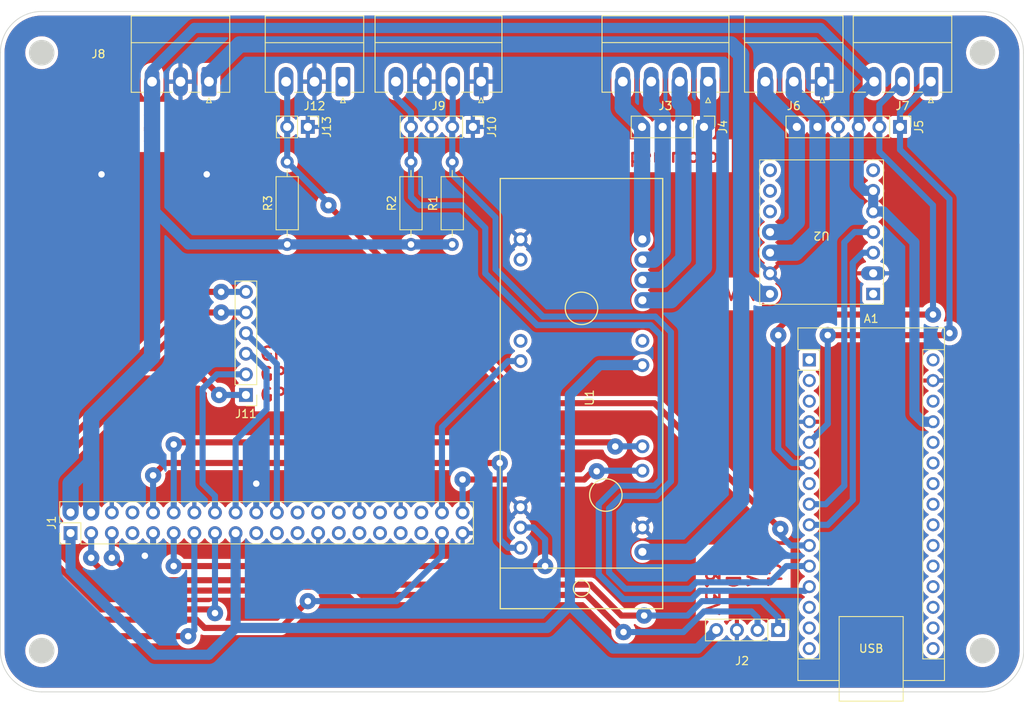
<source format=kicad_pcb>
(kicad_pcb (version 20211014) (generator pcbnew)
  (layers (0 "F.Cu" signal) (31 "B.Cu" signal) (34 "B.Paste" user) (35 "F.Paste" user) (36 "B.SilkS" user "B.Silkscreen") (37 "F.SilkS" user "F.Silkscreen") (38 "B.Mask" user) (39 "F.Mask" user) (44 "Edge.Cuts" user))
  (net 0 "")
  (net 1 "+12V")
  (net 2 "GND")
  (net 3 "Net-(J1-Pad40)")
  (net 4 "Net-(J1-Pad12)")
  (net 5 "+3.3V")
  (net 7 "Net-(J3-Pad1)")
  (net 8 "Net-(J3-Pad2)")
  (net 9 "Net-(J3-Pad3)")
  (net 10 "Net-(J3-Pad4)")
  (net 13 "Net-(J1-Pad38)")
  (net 14 "+5V")
  (net 15 "Net-(J1-Pad3)")
  (net 16 "Net-(J1-Pad5)")
  (net 24 "Net-(J5-Pad5)")
  (net 25 "Net-(J5-Pad6)")
  (net 27 "Net-(J1-Pad16)")
  (net 28 "Net-(J1-Pad18)")
  (net 36 "Net-(J5-Pad2)")
  (net 37 "Net-(J1-Pad10)")
  (net 38 "Net-(J1-Pad11)")
  (net 39 "Net-(J1-Pad13)")
  (net 40 "Net-(J1-Pad15)")
  (net 41 "Net-(J5-Pad1)")
  (net 42 "Net-(J1-Pad22)")
  (net 43 "Net-(U2-Pad3)")
  (net 45 "Net-(J1-Pad37)")
  (net 47 "Net-(J10-Pad2)")
  (net 49 "Net-(U2-Pad4)")
  (net 50 "Net-(J12-Pad3)")
  (net 51 "Net-(J10-Pad4)")
  (footprint "Resistor_THT:R_Axial_DIN0207_L6.3mm_D2.5mm_P10.16mm_Horizontal" (layer "F.Cu") (at 172.466 69.342 90)
    (fp_text reference "R3" (at 5.08 -2.37 90) (layer "F.SilkS"))
    (fp_text value "10k")
    (pad "1" thru_hole circle (at 0 0 90) (size 1.6 1.6) (drill 0.8) (layers *.Cu *.Mask) (net 14 "+5V"))
    (pad "2" thru_hole oval (at 10.16 0 90) (size 1.6 1.6) (drill 0.8) (layers *.Cu *.Mask) (net 50 "Net-(J12-Pad3)"))
  )
  (footprint "Resistor_THT:R_Axial_DIN0207_L6.3mm_D2.5mm_P10.16mm_Horizontal" (layer "F.Cu") (at 192.786 69.342 90)
    (fp_text reference "R1" (at 5.08 -2.37 90) (layer "F.SilkS"))
    (fp_text value "10k")
    (pad "1" thru_hole circle (at 0 0 90) (size 1.6 1.6) (drill 0.8) (layers *.Cu *.Mask) (net 14 "+5V"))
    (pad "2" thru_hole oval (at 10.16 0 90) (size 1.6 1.6) (drill 0.8) (layers *.Cu *.Mask) (net 47 "Net-(J10-Pad2)"))
  )
  (footprint "Connector_PinHeader_2.54mm:PinHeader_1x04_P2.54mm_Vertical" (layer "F.Cu") (at 223.774 54.864 -90)
    (fp_text reference "J4" (at 0 -2.33 90) (layer "F.SilkS"))
    (fp_text value "Conn_01x04_Male")
    (pad "1" thru_hole rect (at 0 0 270) (size 1.7 1.7) (drill 1) (layers *.Cu *.Mask) (net 7 "Net-(J3-Pad1)"))
    (pad "2" thru_hole oval (at 0 2.54 270) (size 1.7 1.7) (drill 1) (layers *.Cu *.Mask) (net 8 "Net-(J3-Pad2)"))
    (pad "3" thru_hole oval (at 0 5.08 270) (size 1.7 1.7) (drill 1) (layers *.Cu *.Mask) (net 9 "Net-(J3-Pad3)"))
    (pad "4" thru_hole oval (at 0 7.62 270) (size 1.7 1.7) (drill 1) (layers *.Cu *.Mask) (net 10 "Net-(J3-Pad4)"))
  )
  (footprint "Connector_PinHeader_2.54mm:PinHeader_2x20_P2.54mm_Vertical" (layer "F.Cu") (at 145.796 104.902 90)
    (fp_text reference "J1" (at 1.27 -2.33 90) (layer "F.SilkS"))
    (fp_text value "Raspberry_Pi_2_3")
    (pad "1" thru_hole rect (at 0 0 90) (size 1.7 1.7) (drill 1) (layers *.Cu *.Mask) (net 5 "+3.3V"))
    (pad "2" thru_hole oval (at 2.54 0 90) (size 1.7 1.7) (drill 1) (layers *.Cu *.Mask) (net 14 "+5V"))
    (pad "3" thru_hole oval (at 0 2.54 90) (size 1.7 1.7) (drill 1) (layers *.Cu *.Mask) (net 15 "Net-(J1-Pad3)"))
    (pad "4" thru_hole oval (at 2.54 2.54 90) (size 1.7 1.7) (drill 1) (layers *.Cu *.Mask) (net 14 "+5V"))
    (pad "5" thru_hole oval (at 0 5.08 90) (size 1.7 1.7) (drill 1) (layers *.Cu *.Mask) (net 16 "Net-(J1-Pad5)"))
    (pad "6" thru_hole oval (at 2.54 5.08 90) (size 1.7 1.7) (drill 1) (layers *.Cu *.Mask) (net 2 "GND"))
    (pad "7" thru_hole oval (at 0 7.62 90) (size 1.7 1.7) (drill 1) (layers *.Cu *.Mask))
    (pad "8" thru_hole oval (at 2.54 7.62 90) (size 1.7 1.7) (drill 1) (layers *.Cu *.Mask))
    (pad "9" thru_hole oval (at 0 10.16 90) (size 1.7 1.7) (drill 1) (layers *.Cu *.Mask) (net 2 "GND"))
    (pad "10" thru_hole oval (at 2.54 10.16 90) (size 1.7 1.7) (drill 1) (layers *.Cu *.Mask) (net 37 "Net-(J1-Pad10)"))
    (pad "11" thru_hole oval (at 0 12.7 90) (size 1.7 1.7) (drill 1) (layers *.Cu *.Mask) (net 38 "Net-(J1-Pad11)"))
    (pad "12" thru_hole oval (at 2.54 12.7 90) (size 1.7 1.7) (drill 1) (layers *.Cu *.Mask) (net 4 "Net-(J1-Pad12)"))
    (pad "13" thru_hole oval (at 0 15.24 90) (size 1.7 1.7) (drill 1) (layers *.Cu *.Mask) (net 39 "Net-(J1-Pad13)"))
    (pad "14" thru_hole oval (at 2.54 15.24 90) (size 1.7 1.7) (drill 1) (layers *.Cu *.Mask) (net 2 "GND"))
    (pad "15" thru_hole oval (at 0 17.78 90) (size 1.7 1.7) (drill 1) (layers *.Cu *.Mask) (net 40 "Net-(J1-Pad15)"))
    (pad "16" thru_hole oval (at 2.54 17.78 90) (size 1.7 1.7) (drill 1) (layers *.Cu *.Mask) (net 27 "Net-(J1-Pad16)"))
    (pad "17" thru_hole oval (at 0 20.32 90) (size 1.7 1.7) (drill 1) (layers *.Cu *.Mask) (net 5 "+3.3V"))
    (pad "18" thru_hole oval (at 2.54 20.32 90) (size 1.7 1.7) (drill 1) (layers *.Cu *.Mask) (net 28 "Net-(J1-Pad18)"))
    (pad "19" thru_hole oval (at 0 22.86 90) (size 1.7 1.7) (drill 1) (layers *.Cu *.Mask))
    (pad "20" thru_hole oval (at 2.54 22.86 90) (size 1.7 1.7) (drill 1) (layers *.Cu *.Mask) (net 2 "GND"))
    (pad "21" thru_hole oval (at 0 25.4 90) (size 1.7 1.7) (drill 1) (layers *.Cu *.Mask))
    (pad "22" thru_hole oval (at 2.54 25.4 90) (size 1.7 1.7) (drill 1) (layers *.Cu *.Mask) (net 42 "Net-(J1-Pad22)"))
    (pad "23" thru_hole oval (at 0 27.94 90) (size 1.7 1.7) (drill 1) (layers *.Cu *.Mask))
    (pad "24" thru_hole oval (at 2.54 27.94 90) (size 1.7 1.7) (drill 1) (layers *.Cu *.Mask))
    (pad "25" thru_hole oval (at 0 30.48 90) (size 1.7 1.7) (drill 1) (layers *.Cu *.Mask) (net 2 "GND"))
    (pad "26" thru_hole oval (at 2.54 30.48 90) (size 1.7 1.7) (drill 1) (layers *.Cu *.Mask))
    (pad "27" thru_hole oval (at 0 33.02 90) (size 1.7 1.7) (drill 1) (layers *.Cu *.Mask))
    (pad "28" thru_hole oval (at 2.54 33.02 90) (size 1.7 1.7) (drill 1) (layers *.Cu *.Mask))
    (pad "29" thru_hole oval (at 0 35.56 90) (size 1.7 1.7) (drill 1) (layers *.Cu *.Mask))
    (pad "30" thru_hole oval (at 2.54 35.56 90) (size 1.7 1.7) (drill 1) (layers *.Cu *.Mask) (net 2 "GND"))
    (pad "31" thru_hole oval (at 0 38.1 90) (size 1.7 1.7) (drill 1) (layers *.Cu *.Mask))
    (pad "32" thru_hole oval (at 2.54 38.1 90) (size 1.7 1.7) (drill 1) (layers *.Cu *.Mask))
    (pad "33" thru_hole oval (at 0 40.64 90) (size 1.7 1.7) (drill 1) (layers *.Cu *.Mask))
    (pad "34" thru_hole oval (at 2.54 40.64 90) (size 1.7 1.7) (drill 1) (layers *.Cu *.Mask) (net 2 "GND"))
    (pad "35" thru_hole oval (at 0 43.18 90) (size 1.7 1.7) (drill 1) (layers *.Cu *.Mask))
    (pad "36" thru_hole oval (at 2.54 43.18 90) (size 1.7 1.7) (drill 1) (layers *.Cu *.Mask))
    (pad "37" thru_hole oval (at 0 45.72 90) (size 1.7 1.7) (drill 1) (layers *.Cu *.Mask) (net 45 "Net-(J1-Pad37)"))
    (pad "38" thru_hole oval (at 2.54 45.72 90) (size 1.7 1.7) (drill 1) (layers *.Cu *.Mask) (net 13 "Net-(J1-Pad38)"))
    (pad "39" thru_hole oval (at 0 48.26 90) (size 1.7 1.7) (drill 1) (layers *.Cu *.Mask) (net 2 "GND"))
    (pad "40" thru_hole oval (at 2.54 48.26 90) (size 1.7 1.7) (drill 1) (layers *.Cu *.Mask) (net 3 "Net-(J1-Pad40)"))
  )
  (footprint "Connector_Phoenix_MC:PhoenixContact_MC_1,5_3-G-3.5_1x03_P3.50mm_Horizontal" (layer "F.Cu") (at 162.83 49.2875 180)
    (fp_text reference "J8" (at 13.605 3.4) (layer "F.SilkS"))
    (fp_text value "Conn_01x03_Male")
    (pad "1" thru_hole roundrect (at 0 0 180) (size 1.8 3.6) (drill 1.2) (layers *.Cu *.Mask) (roundrect_rratio 0.1388888889) (net 1 "+12V"))
    (pad "2" thru_hole oval (at 3.5 0 180) (size 1.8 3.6) (drill 1.2) (layers *.Cu *.Mask) (net 2 "GND"))
    (pad "3" thru_hole oval (at 7 0 180) (size 1.8 3.6) (drill 1.2) (layers *.Cu *.Mask) (net 14 "+5V"))
  )
  (footprint "Connector_Phoenix_MC:PhoenixContact_MC_1,5_4-G-3.5_1x04_P3.50mm_Horizontal" (layer "F.Cu") (at 196.342 49.276 180)
    (fp_text reference "J9" (at 5.25 -3) (layer "F.SilkS"))
    (fp_text value "Conn_01x04_Male")
    (pad "1" thru_hole roundrect (at 0 0 180) (size 1.8 3.6) (drill 1.2) (layers *.Cu *.Mask) (roundrect_rratio 0.1388888889) (net 2 "GND"))
    (pad "2" thru_hole oval (at 3.5 0 180) (size 1.8 3.6) (drill 1.2) (layers *.Cu *.Mask) (net 47 "Net-(J10-Pad2)"))
    (pad "3" thru_hole oval (at 7 0 180) (size 1.8 3.6) (drill 1.2) (layers *.Cu *.Mask) (net 2 "GND"))
    (pad "4" thru_hole oval (at 10.5 0 180) (size 1.8 3.6) (drill 1.2) (layers *.Cu *.Mask) (net 51 "Net-(J10-Pad4)"))
  )
  (footprint "Connector_PinHeader_2.54mm:PinHeader_1x04_P2.54mm_Vertical" (layer "F.Cu") (at 232.908 116.84 -90)
    (fp_text reference "J2" (at 3.81 4.445) (layer "F.SilkS"))
    (fp_text value "Conn_01x04_Male")
    (pad "1" thru_hole rect (at 0 0 270) (size 1.7 1.7) (drill 1) (layers *.Cu *.Mask) (net 16 "Net-(J1-Pad5)"))
    (pad "2" thru_hole oval (at 0 2.54 270) (size 1.7 1.7) (drill 1) (layers *.Cu *.Mask) (net 15 "Net-(J1-Pad3)"))
    (pad "3" thru_hole oval (at 0 5.08 270) (size 1.7 1.7) (drill 1) (layers *.Cu *.Mask) (net 2 "GND"))
    (pad "4" thru_hole oval (at 0 7.62 270) (size 1.7 1.7) (drill 1) (layers *.Cu *.Mask) (net 5 "+3.3V"))
  )
  (footprint "Resistor_THT:R_Axial_DIN0207_L6.3mm_D2.5mm_P10.16mm_Horizontal" (layer "F.Cu") (at 187.706 69.342 90)
    (fp_text reference "R2" (at 5.08 -2.37 90) (layer "F.SilkS"))
    (fp_text value "10k")
    (pad "1" thru_hole circle (at 0 0 90) (size 1.6 1.6) (drill 0.8) (layers *.Cu *.Mask) (net 14 "+5V"))
    (pad "2" thru_hole oval (at 10.16 0 90) (size 1.6 1.6) (drill 0.8) (layers *.Cu *.Mask) (net 51 "Net-(J10-Pad4)"))
  )
  (footprint "Connector_Phoenix_MC:PhoenixContact_MC_1,5_3-G-3.5_1x03_P3.50mm_Horizontal" (layer "F.Cu") (at 238.329 49.276 180)
    (fp_text reference "J6" (at 3.5 -3) (layer "F.SilkS"))
    (fp_text value "Conn_01x03_Male")
    (pad "1" thru_hole roundrect (at 0 0 180) (size 1.8 3.6) (drill 1.2) (layers *.Cu *.Mask) (roundrect_rratio 0.1388888889) (net 2 "GND"))
    (pad "2" thru_hole oval (at 3.5 0 180) (size 1.8 3.6) (drill 1.2) (layers *.Cu *.Mask) (net 24 "Net-(J5-Pad5)"))
    (pad "3" thru_hole oval (at 7 0 180) (size 1.8 3.6) (drill 1.2) (layers *.Cu *.Mask) (net 25 "Net-(J5-Pad6)"))
  )
  (footprint "Connector_PinHeader_2.54mm:PinHeader_1x02_P2.54mm_Vertical" (layer "F.Cu") (at 175.006 54.864 -90)
    (fp_text reference "J13" (at 0 -2.33 90) (layer "F.SilkS"))
    (fp_text value "Conn_01x02_Male")
    (pad "1" thru_hole rect (at 0 0 270) (size 1.7 1.7) (drill 1) (layers *.Cu *.Mask) (net 2 "GND"))
    (pad "2" thru_hole oval (at 0 2.54 270) (size 1.7 1.7) (drill 1) (layers *.Cu *.Mask) (net 50 "Net-(J12-Pad3)"))
  )
  (footprint "Connector_PinHeader_2.54mm:PinHeader_1x06_P2.54mm_Vertical" (layer "F.Cu") (at 247.904 54.864 -90)
    (fp_text reference "J5" (at 0 -2.33 -270) (layer "F.SilkS"))
    (fp_text value "Conn_01x06_Male")
    (pad "1" thru_hole rect (at 0 0 270) (size 1.7 1.7) (drill 1) (layers *.Cu *.Mask) (net 41 "Net-(J5-Pad1)"))
    (pad "2" thru_hole oval (at 0 2.54 270) (size 1.7 1.7) (drill 1) (layers *.Cu *.Mask) (net 36 "Net-(J5-Pad2)"))
    (pad "3" thru_hole oval (at 0 5.08 270) (size 1.7 1.7) (drill 1) (layers *.Cu *.Mask) (net 14 "+5V"))
    (pad "4" thru_hole oval (at 0 7.62 270) (size 1.7 1.7) (drill 1) (layers *.Cu *.Mask) (net 2 "GND"))
    (pad "5" thru_hole oval (at 0 10.16 270) (size 1.7 1.7) (drill 1) (layers *.Cu *.Mask) (net 24 "Net-(J5-Pad5)"))
    (pad "6" thru_hole oval (at 0 12.7 270) (size 1.7 1.7) (drill 1) (layers *.Cu *.Mask) (net 25 "Net-(J5-Pad6)"))
  )
  (footprint "Connector_PinHeader_2.54mm:PinHeader_1x06_P2.54mm_Vertical" (layer "F.Cu") (at 167.386 87.884 180)
    (fp_text reference "J11" (at 0 -2.33) (layer "F.SilkS"))
    (fp_text value "Conn_01x06_Male")
    (pad "1" thru_hole rect (at 0 0 180) (size 1.7 1.7) (drill 1) (layers *.Cu *.Mask) (net 40 "Net-(J1-Pad15)"))
    (pad "2" thru_hole oval (at 0 2.54 180) (size 1.7 1.7) (drill 1) (layers *.Cu *.Mask) (net 27 "Net-(J1-Pad16)"))
    (pad "3" thru_hole oval (at 0 5.08 180) (size 1.7 1.7) (drill 1) (layers *.Cu *.Mask) (net 28 "Net-(J1-Pad18)"))
    (pad "4" thru_hole oval (at 0 7.62 180) (size 1.7 1.7) (drill 1) (layers *.Cu *.Mask) (net 42 "Net-(J1-Pad22)"))
    (pad "5" thru_hole oval (at 0 10.16 180) (size 1.7 1.7) (drill 1) (layers *.Cu *.Mask) (net 45 "Net-(J1-Pad37)"))
    (pad "6" thru_hole oval (at 0 12.7 180) (size 1.7 1.7) (drill 1) (layers *.Cu *.Mask) (net 39 "Net-(J1-Pad13)"))
  )
  (footprint "Connector_PinHeader_2.54mm:PinHeader_1x04_P2.54mm_Vertical" (layer "F.Cu") (at 195.326 54.864 -90)
    (fp_text reference "J10" (at 0 -2.33 90) (layer "F.SilkS"))
    (fp_text value "Conn_01x04_Male")
    (pad "1" thru_hole rect (at 0 0 270) (size 1.7 1.7) (drill 1) (layers *.Cu *.Mask) (net 2 "GND"))
    (pad "2" thru_hole oval (at 0 2.54 270) (size 1.7 1.7) (drill 1) (layers *.Cu *.Mask) (net 47 "Net-(J10-Pad2)"))
    (pad "3" thru_hole oval (at 0 5.08 270) (size 1.7 1.7) (drill 1) (layers *.Cu *.Mask) (net 2 "GND"))
    (pad "4" thru_hole oval (at 0 7.62 270) (size 1.7 1.7) (drill 1) (layers *.Cu *.Mask) (net 51 "Net-(J10-Pad4)"))
  )
  (footprint "Custom:DRV8874 Single Brushed DC Motor Driver" (layer "F.Cu") (at 244.602 75.438 180)
    (fp_text reference "U2" (at 6.35 7.16 180 unlocked) (layer "F.SilkS"))
    (fp_text value "DRV8874_Single_Brushed_DC_Motor_Driver")
    (pad "1" thru_hole rect (at 0 0 180) (size 1.7 1.524) (drill 1) (layers *.Cu *.Mask))
    (pad "2" thru_hole oval (at 0 2.54 180) (size 3 1.7) (drill 1) (layers *.Cu *.Mask) (net 2 "GND"))
    (pad "3" thru_hole circle (at 0 5.08 180) (size 1.7 1.7) (drill 1) (layers *.Cu *.Mask) (net 43 "Net-(U2-Pad3)"))
    (pad "4" thru_hole circle (at 0 7.62 180) (size 1.7 1.7) (drill 1) (layers *.Cu *.Mask) (net 49 "Net-(U2-Pad4)"))
    (pad "5" thru_hole circle (at 0 10.16 180) (size 1.7 1.7) (drill 1) (layers *.Cu *.Mask) (net 14 "+5V"))
    (pad "6" thru_hole circle (at 0 12.7 180) (size 1.7 1.7) (drill 1) (layers *.Cu *.Mask) (net 14 "+5V"))
    (pad "7" thru_hole circle (at 0 15.24 180) (size 1.7 1.7) (drill 1) (layers *.Cu *.Mask))
    (pad "8" thru_hole circle (at 12.7 15.24 180) (size 1.7 1.7) (drill 1) (layers *.Cu *.Mask))
    (pad "9" thru_hole circle (at 12.7 12.7 180) (size 1.7 1.7) (drill 1) (layers *.Cu *.Mask))
    (pad "10" thru_hole circle (at 12.7 10.16 180) (size 1.7 1.7) (drill 1) (layers *.Cu *.Mask))
    (pad "11" thru_hole circle (at 12.7 7.62 180) (size 1.7 1.7) (drill 1) (layers *.Cu *.Mask) (net 25 "Net-(J5-Pad6)"))
    (pad "12" thru_hole circle (at 12.7 5.08 180) (size 1.7 1.7) (drill 1) (layers *.Cu *.Mask) (net 24 "Net-(J5-Pad5)"))
    (pad "13" thru_hole circle (at 12.7 2.54 180) (size 1.7 1.7) (drill 1) (layers *.Cu *.Mask) (net 2 "GND"))
    (pad "14" thru_hole circle (at 12.7 0 180) (size 1.7 1.7) (drill 1) (layers *.Cu *.Mask) (net 1 "+12V"))
  )
  (footprint "Module:Arduino_Nano" (layer "F.Cu") (at 236.738 83.566)
    (fp_text reference "A1" (at 7.62 -5.08) (layer "F.SilkS"))
    (fp_text value "Arduino_Nano_v2.x")
    (fp_text user "USB" (at 7.62 35.56 unlocked) (layer "F.SilkS"))
    (pad "1" thru_hole rect (at 0 0) (size 1.6 1.6) (drill 1) (layers *.Cu *.Mask))
    (pad "2" thru_hole oval (at 0 2.54) (size 1.6 1.6) (drill 1) (layers *.Cu *.Mask))
    (pad "3" thru_hole oval (at 0 5.08) (size 1.6 1.6) (drill 1) (layers *.Cu *.Mask))
    (pad "4" thru_hole oval (at 0 7.62) (size 1.6 1.6) (drill 1) (layers *.Cu *.Mask) (net 2 "GND"))
    (pad "5" thru_hole oval (at 0 10.16) (size 1.6 1.6) (drill 1) (layers *.Cu *.Mask) (net 41 "Net-(J5-Pad1)"))
    (pad "6" thru_hole oval (at 0 12.7) (size 1.6 1.6) (drill 1) (layers *.Cu *.Mask) (net 36 "Net-(J5-Pad2)"))
    (pad "7" thru_hole oval (at 0 15.24) (size 1.6 1.6) (drill 1) (layers *.Cu *.Mask))
    (pad "8" thru_hole oval (at 0 17.78) (size 1.6 1.6) (drill 1) (layers *.Cu *.Mask) (net 49 "Net-(U2-Pad4)"))
    (pad "9" thru_hole oval (at 0 20.32) (size 1.6 1.6) (drill 1) (layers *.Cu *.Mask) (net 43 "Net-(U2-Pad3)"))
    (pad "10" thru_hole oval (at 0 22.86) (size 1.6 1.6) (drill 1) (layers *.Cu *.Mask) (net 50 "Net-(J12-Pad3)"))
    (pad "11" thru_hole oval (at 0 25.4) (size 1.6 1.6) (drill 1) (layers *.Cu *.Mask) (net 47 "Net-(J10-Pad2)"))
    (pad "12" thru_hole oval (at 0 27.94) (size 1.6 1.6) (drill 1) (layers *.Cu *.Mask) (net 51 "Net-(J10-Pad4)"))
    (pad "13" thru_hole oval (at 0 30.48) (size 1.6 1.6) (drill 1) (layers *.Cu *.Mask))
    (pad "14" thru_hole oval (at 0 33.02) (size 1.6 1.6) (drill 1) (layers *.Cu *.Mask))
    (pad "15" thru_hole oval (at 0 35.56) (size 1.6 1.6) (drill 1) (layers *.Cu *.Mask))
    (pad "16" thru_hole oval (at 15.24 35.56) (size 1.6 1.6) (drill 1) (layers *.Cu *.Mask))
    (pad "17" thru_hole oval (at 15.24 33.02) (size 1.6 1.6) (drill 1) (layers *.Cu *.Mask))
    (pad "18" thru_hole oval (at 15.24 30.48) (size 1.6 1.6) (drill 1) (layers *.Cu *.Mask))
    (pad "19" thru_hole oval (at 15.24 27.94) (size 1.6 1.6) (drill 1) (layers *.Cu *.Mask))
    (pad "20" thru_hole oval (at 15.24 25.4) (size 1.6 1.6) (drill 1) (layers *.Cu *.Mask))
    (pad "21" thru_hole oval (at 15.24 22.86) (size 1.6 1.6) (drill 1) (layers *.Cu *.Mask))
    (pad "22" thru_hole oval (at 15.24 20.32) (size 1.6 1.6) (drill 1) (layers *.Cu *.Mask))
    (pad "23" thru_hole oval (at 15.24 17.78) (size 1.6 1.6) (drill 1) (layers *.Cu *.Mask))
    (pad "24" thru_hole oval (at 15.24 15.24) (size 1.6 1.6) (drill 1) (layers *.Cu *.Mask))
    (pad "25" thru_hole oval (at 15.24 12.7) (size 1.6 1.6) (drill 1) (layers *.Cu *.Mask))
    (pad "26" thru_hole oval (at 15.24 10.16) (size 1.6 1.6) (drill 1) (layers *.Cu *.Mask))
    (pad "27" thru_hole oval (at 15.24 7.62) (size 1.6 1.6) (drill 1) (layers *.Cu *.Mask) (net 14 "+5V"))
    (pad "28" thru_hole oval (at 15.24 5.08) (size 1.6 1.6) (drill 1) (layers *.Cu *.Mask))
    (pad "29" thru_hole oval (at 15.24 2.54) (size 1.6 1.6) (drill 1) (layers *.Cu *.Mask) (net 2 "GND"))
    (pad "30" thru_hole oval (at 15.24 0) (size 1.6 1.6) (drill 1) (layers *.Cu *.Mask))
  )
  (footprint "Connector_Phoenix_MC:PhoenixContact_MC_1,5_3-G-3.5_1x03_P3.50mm_Horizontal" (layer "F.Cu") (at 251.714 49.276 180)
    (fp_text reference "J7" (at 3.5 -3) (layer "F.SilkS"))
    (fp_text value "Conn_01x03_Male")
    (pad "1" thru_hole roundrect (at 0 0 180) (size 1.8 3.6) (drill 1.2) (layers *.Cu *.Mask) (roundrect_rratio 0.1388888889) (net 41 "Net-(J5-Pad1)"))
    (pad "2" thru_hole oval (at 3.5 0 180) (size 1.8 3.6) (drill 1.2) (layers *.Cu *.Mask) (net 36 "Net-(J5-Pad2)"))
    (pad "3" thru_hole oval (at 7 0 180) (size 1.8 3.6) (drill 1.2) (layers *.Cu *.Mask) (net 14 "+5V"))
  )
  (footprint "easy_stepper_driver:easy_stepper_driver" (layer "F.Cu") (at 218.694 61.214 90)
    (fp_text reference "U1" (at -27 -9 90) (layer "F.SilkS"))
    (fp_text value "easy_stepper_driver")
    (pad "1" thru_hole circle locked (at -46 -2.5 90) (size 1.7 1.7) (drill 1) (layers *.Cu *.Mask) (net 1 "+12V"))
    (pad "2" thru_hole circle locked (at -43 -2.5 90) (size 1.7 1.7) (drill 1) (layers *.Cu "B.Mask") (net 2 "GND"))
    (pad "3" thru_hole circle locked (at -36 -2.5 90) (size 1.7 1.7) (drill 1) (layers *.Cu *.Mask) (net 3 "Net-(J1-Pad40)"))
    (pad "4" thru_hole circle locked (at -33 -2.5 90) (size 1.7 1.7) (drill 1) (layers *.Cu *.Mask) (net 4 "Net-(J1-Pad12)"))
    (pad "5" thru_hole circle locked (at -23 -2.5 90) (size 1.7 1.7) (drill 1) (layers *.Cu *.Mask) (net 5 "+3.3V"))
    (pad "6" thru_hole circle locked (at -20 -2.5 90) (size 1.7 1.7) (drill 1) (layers *.Cu *.Mask))
    (pad "7" thru_hole circle locked (at -15 -2.5 90) (size 1.7 1.7) (drill 1) (layers *.Cu *.Mask) (net 7 "Net-(J3-Pad1)"))
    (pad "8" thru_hole circle locked (at -12.5 -2.5 90) (size 1.7 1.7) (drill 1) (layers *.Cu *.Mask) (net 8 "Net-(J3-Pad2)"))
    (pad "9" thru_hole circle locked (at -10 -2.5 90) (size 1.7 1.7) (drill 1) (layers *.Cu *.Mask) (net 9 "Net-(J3-Pad3)"))
    (pad "10" thru_hole circle locked (at -7.5 -2.5 90) (size 1.7 1.7) (drill 1) (layers *.Cu *.Mask) (net 10 "Net-(J3-Pad4)"))
    (pad "11" thru_hole circle locked (at -7.5 -17.5 90) (size 1.7 1.7) (drill 1) (layers *.Cu *.Mask) (net 2 "GND"))
    (pad "12" thru_hole circle locked (at -10 -17.5 90) (size 1.7 1.7) (drill 1) (layers *.Cu *.Mask))
    (pad "13" thru_hole circle locked (at -20 -17.5 90) (size 1.7 1.7) (drill 1) (layers *.Cu *.Mask))
    (pad "14" thru_hole circle locked (at -22.5 -17.5 90) (size 1.7 1.7) (drill 1) (layers *.Cu *.Mask) (net 13 "Net-(J1-Pad38)"))
    (pad "15" thru_hole circle locked (at -40.5 -17.5 90) (size 1.7 1.7) (drill 1) (layers *.Cu "B.Mask") (net 2 "GND"))
    (pad "16" thru_hole circle locked (at -43 -17.5 90) (size 1.7 1.7) (drill 1) (layers *.Cu *.Mask) (net 38 "Net-(J1-Pad11)"))
    (pad "17" thru_hole circle locked (at -45.5 -17.5 90) (size 1.7 1.7) (drill 1) (layers *.Cu *.Mask) (net 37 "Net-(J1-Pad10)"))
  )
  (footprint "Connector_Phoenix_MC:PhoenixContact_MC_1,5_4-G-3.5_1x04_P3.50mm_Horizontal" (layer "F.Cu") (at 224.282 49.276 180)
    (fp_text reference "J3" (at 5.25 -3) (layer "F.SilkS"))
    (fp_text value "Conn_01x04_Male")
    (pad "1" thru_hole roundrect (at 0 0 180) (size 1.8 3.6) (drill 1.2) (layers *.Cu *.Mask) (roundrect_rratio 0.1388888889) (net 7 "Net-(J3-Pad1)"))
    (pad "2" thru_hole oval (at 3.5 0 180) (size 1.8 3.6) (drill 1.2) (layers *.Cu *.Mask) (net 8 "Net-(J3-Pad2)"))
    (pad "3" thru_hole oval (at 7 0 180) (size 1.8 3.6) (drill 1.2) (layers *.Cu *.Mask) (net 9 "Net-(J3-Pad3)"))
    (pad "4" thru_hole oval (at 10.5 0 180) (size 1.8 3.6) (drill 1.2) (layers *.Cu *.Mask) (net 10 "Net-(J3-Pad4)"))
  )
  (footprint "Connector_Phoenix_MC:PhoenixContact_MC_1,5_3-G-3.5_1x03_P3.50mm_Horizontal" (layer "F.Cu") (at 179.324 49.2875 180)
    (fp_text reference "J12" (at 3.5 -3) (layer "F.SilkS"))
    (fp_text value "Conn_01x03_Male")
    (pad "1" thru_hole roundrect (at 0 0 180) (size 1.8 3.6) (drill 1.2) (layers *.Cu *.Mask) (roundrect_rratio 0.1388888889))
    (pad "2" thru_hole oval (at 3.5 0 180) (size 1.8 3.6) (drill 1.2) (layers *.Cu *.Mask) (net 2 "GND"))
    (pad "3" thru_hole oval (at 7 0 180) (size 1.8 3.6) (drill 1.2) (layers *.Cu *.Mask) (net 50 "Net-(J12-Pad3)"))
  )
  (gr_arc (start 137.16 45.72) (mid 138.647898 42.127898) (end 142.24 40.64) (layer "Edge.Cuts") (width 0.1))
  (gr_circle (center 258.064 45.72) (end 259.588 45.72) (layer "Edge.Cuts") (width 0.1) (fill solid))
  (gr_circle (center 258.064 119.38) (end 259.588 119.38) (layer "Edge.Cuts") (width 0.1) (fill solid))
  (gr_arc (start 142.24 124.46) (mid 138.647898 122.972102) (end 137.16 119.38) (layer "Edge.Cuts") (width 0.1))
  (gr_line (start 258.027898 40.64) (end 142.24 40.64) (layer "Edge.Cuts") (width 0.1))
  (gr_circle (center 142.24 45.72) (end 143.764 45.72) (layer "Edge.Cuts") (width 0.1) (fill solid))
  (gr_arc (start 258.027898 40.64) (mid 261.632787 42.140676) (end 263.107898 45.756102) (layer "Edge.Cuts") (width 0.1))
  (gr_circle (center 142.24 119.38) (end 143.764 119.38) (layer "Edge.Cuts") (width 0.1) (fill solid))
  (gr_line (start 263.144 119.38) (end 263.107898 45.756102) (layer "Edge.Cuts") (width 0.1))
  (gr_line (start 142.24 124.46) (end 258.064 124.46) (layer "Edge.Cuts") (width 0.1))
  (gr_line (start 137.16 45.72) (end 137.16 119.38) (layer "Edge.Cuts") (width 0.1))
  (gr_arc (start 263.144 119.38) (mid 261.656102 122.972102) (end 258.064 124.46) (layer "Edge.Cuts") (width 0.1))
  (gr_text "GPIO25" (at 173.482 80.264) (layer "F.Cu") (effects (font (size 1.6 1.6) (thickness 0.3))))
  (gr_text "DC motor\n" (at 256.286 54.864) (layer "F.Cu") (effects (font (size 1.6 1.6) (thickness 0.3))))
  (gr_text "GPIO22\n" (at 173.482 87.884) (layer "F.Cu") (effects (font (size 1.6 1.6) (thickness 0.3))))
  (gr_text "SCL" (at 232.41 109.22 270) (layer "F.Cu") (effects (font (size 1.6 1.6) (thickness 0.3))))
  (gr_text "GPIO23\n" (at 173.482 85.344) (layer "F.Cu") (effects (font (size 1.6 1.6) (thickness 0.3))))
  (gr_text "Stepper motor" (at 217.932 58.42) (layer "F.Cu") (effects (font (size 1.6 1.6) (thickness 0.3))))
  (gr_text "+12V\n" (at 162.814 55.88 270) (layer "F.Cu") (effects (font (size 1.6 1.7) (thickness 0.3))))
  (gr_text "+3.3V" (at 224.79 110.998 270) (layer "F.Cu") (effects (font (size 1.6 1.8) (thickness 0.3))))
  (gr_text "GND" (at 227.33 109.22 270) (layer "F.Cu") (effects (font (size 1.6 1.6) (thickness 0.3))))
  (gr_text "VIN" (at 228.346 75.438) (layer "F.Cu") (effects (font (size 1.6 1.6) (thickness 0.3))))
  (gr_text "SDA" (at 229.87 109.22 270) (layer "F.Cu") (effects (font (size 1.6 1.6) (thickness 0.3))))
  (gr_text "+5V" (at 155.702 54.864 270) (layer "F.Cu") (effects (font (size 1.6 1.6) (thickness 0.3))))
  (gr_text "GPIO24\n" (at 173.482 82.804) (layer "F.Cu") (effects (font (size 1.6 1.6) (thickness 0.3))))
  (gr_text "GPIO27" (at 173.482 75.184) (layer "F.Cu") (effects (font (size 1.6 1.6) (thickness 0.3))))
  (gr_text "GPIO26\n" (at 173.482 77.724) (layer "F.Cu") (effects (font (size 1.6 1.6) (thickness 0.3))))
  (segment (start 162.83 49.2875) (end 162.83 48.498) (width 2) (layer "B.Cu") (net 1))
  (segment (start 162.83 48.498) (end 166.624 44.704) (width 2) (layer "B.Cu") (net 1))
  (segment (start 166.624 44.704) (end 227.076 44.704) (width 2) (layer "B.Cu") (net 1))
  (segment (start 228.346 73.152) (end 230.632 75.438) (width 2) (layer "B.Cu") (net 1))
  (segment (start 228.346 45.974) (end 228.346 100.838) (width 2) (layer "B.Cu") (net 1))
  (segment (start 228.346 100.838) (end 221.97 107.214) (width 2) (layer "B.Cu") (net 1))
  (segment (start 227.076 44.704) (end 228.346 45.974) (width 2) (layer "B.Cu") (net 1))
  (segment (start 221.97 107.214) (end 216.194 107.214) (width 2) (layer "B.Cu") (net 1))
  (segment (start 230.632 75.438) (end 231.902 75.438) (width 2) (layer "B.Cu") (net 1))
  (segment (start 162.56 60.706) (end 149.606 60.706) (width 1.25) (layer "F.Cu") (net 2))
  (via (at 168.656 98.806) (size 2) (drill 0.8) (layers "F.Cu" "B.Cu") (net 2))
  (via (at 162.56 60.706) (size 2) (drill 0.8) (layers "F.Cu" "B.Cu") (net 2))
  (via (at 149.606 60.706) (size 2) (drill 0.8) (layers "F.Cu" "B.Cu") (net 2))
  (via (at 154.94 107.696) (size 2) (drill 0.8) (layers "F.Cu" "B.Cu") (net 2))
  (segment (start 168.656 102.362) (end 168.656 98.806) (width 0.75) (layer "B.Cu") (net 2))
  (segment (start 155.956 104.902) (end 155.956 106.68) (width 0.75) (layer "B.Cu") (net 2))
  (segment (start 155.956 106.68) (end 154.94 107.696) (width 0.75) (layer "B.Cu") (net 2))
  (segment (start 194.056 98.298) (end 209.042 98.298) (width 0.75) (layer "F.Cu") (net 3))
  (segment (start 210.058 97.282) (end 210.566 97.282) (width 0.75) (layer "F.Cu") (net 3))
  (segment (start 209.042 98.298) (end 210.058 97.282) (width 0.75) (layer "F.Cu") (net 3))
  (via (at 210.566 97.282) (size 2) (drill 0.8) (layers "F.Cu" "B.Cu") (net 3))
  (via (at 194.056 98.298) (size 2) (drill 0.8) (layers "F.Cu" "B.Cu") (net 3))
  (segment (start 210.634 97.214) (end 216.194 97.214) (width 0.75) (layer "B.Cu") (net 3))
  (segment (start 194.056 98.298) (end 194.056 102.362) (width 0.75) (layer "B.Cu") (net 3))
  (segment (start 210.566 97.282) (end 210.634 97.214) (width 0.75) (layer "B.Cu") (net 3))
  (segment (start 158.75 93.726) (end 158.496 93.98) (width 0.75) (layer "F.Cu") (net 4))
  (segment (start 212.344 93.726) (end 158.75 93.726) (width 0.75) (layer "F.Cu") (net 4))
  (segment (start 212.852 94.234) (end 212.344 93.726) (width 0.75) (layer "F.Cu") (net 4))
  (via (at 158.496 93.98) (size 2) (drill 0.8) (layers "F.Cu" "B.Cu") (net 4))
  (via (at 212.852 94.234) (size 2) (drill 0.8) (layers "F.Cu" "B.Cu") (net 4))
  (segment (start 212.852 94.234) (end 212.872 94.214) (width 0.75) (layer "B.Cu") (net 4))
  (segment (start 212.872 94.214) (end 216.194 94.214) (width 0.75) (layer "B.Cu") (net 4))
  (segment (start 158.496 93.98) (end 158.496 102.362) (width 0.75) (layer "B.Cu") (net 4))
  (segment (start 212.598 119.126) (end 223.002 119.126) (width 1.25) (layer "B.Cu") (net 5))
  (segment (start 211.722 84.214) (end 216.194 84.214) (width 1.25) (layer "B.Cu") (net 5))
  (segment (start 223.002 119.126) (end 225.288 116.84) (width 1.25) (layer "B.Cu") (net 5))
  (segment (start 156.21 119.888) (end 145.796 109.474) (width 1.25) (layer "B.Cu") (net 5))
  (segment (start 145.796 109.474) (end 145.796 104.902) (width 1.25) (layer "B.Cu") (net 5))
  (segment (start 166.116 104.902) (end 166.116 116.586) (width 1.25) (layer "B.Cu") (net 5))
  (segment (start 166.116 116.586) (end 162.814 119.888) (width 1.25) (layer "B.Cu") (net 5))
  (segment (start 204.47 116.586) (end 207.264 113.792) (width 1.25) (layer "B.Cu") (net 5))
  (segment (start 216.194 84.214) (end 210.934 84.214) (width 1.25) (layer "B.Cu") (net 5))
  (segment (start 166.116 116.586) (end 204.47 116.586) (width 1.25) (layer "B.Cu") (net 5))
  (segment (start 210.934 84.214) (end 207.264 87.884) (width 1.25) (layer "B.Cu") (net 5))
  (segment (start 162.814 119.888) (end 156.21 119.888) (width 1.25) (layer "B.Cu") (net 5))
  (segment (start 207.264 113.792) (end 212.598 119.126) (width 1.25) (layer "B.Cu") (net 5))
  (segment (start 207.264 87.884) (end 207.264 113.792) (width 1.25) (layer "B.Cu") (net 5))
  (segment (start 224.282 54.356) (end 224.282 49.276) (width 2) (layer "B.Cu") (net 7))
  (segment (start 223.774 72.136) (end 219.696 76.214) (width 2) (layer "B.Cu") (net 7))
  (segment (start 219.696 76.214) (end 216.194 76.214) (width 2) (layer "B.Cu") (net 7))
  (segment (start 223.774 54.864) (end 223.774 72.136) (width 2) (layer "B.Cu") (net 7))
  (segment (start 223.774 54.864) (end 224.282 54.356) (width 2) (layer "B.Cu") (net 7))
  (segment (start 221.234 54.864) (end 221.234 52.324) (width 2) (layer "B.Cu") (net 8))
  (segment (start 221.234 52.324) (end 220.782 51.872) (width 2) (layer "B.Cu") (net 8))
  (segment (start 221.234 71.12) (end 218.64 73.714) (width 2) (layer "B.Cu") (net 8))
  (segment (start 221.234 54.864) (end 221.234 71.12) (width 2) (layer "B.Cu") (net 8))
  (segment (start 220.782 51.872) (end 220.782 49.276) (width 2) (layer "B.Cu") (net 8))
  (segment (start 218.64 73.714) (end 216.194 73.714) (width 2) (layer "B.Cu") (net 8))
  (segment (start 218.694 54.864) (end 218.694 70.104) (width 2) (layer "B.Cu") (net 9))
  (segment (start 218.694 53.594) (end 217.282 52.182) (width 2) (layer "B.Cu") (net 9))
  (segment (start 218.694 70.104) (end 217.584 71.214) (width 2) (layer "B.Cu") (net 9))
  (segment (start 217.584 71.214) (end 216.194 71.214) (width 2) (layer "B.Cu") (net 9))
  (segment (start 218.694 54.864) (end 218.694 53.594) (width 2) (layer "B.Cu") (net 9))
  (segment (start 217.282 52.182) (end 217.282 49.276) (width 2) (layer "B.Cu") (net 9))
  (segment (start 216.154 54.864) (end 213.782 52.492) (width 2) (layer "B.Cu") (net 10))
  (segment (start 216.154 54.864) (end 216.154 68.674) (width 2) (layer "B.Cu") (net 10))
  (segment (start 213.782 52.492) (end 213.782 49.276) (width 2) (layer "B.Cu") (net 10))
  (segment (start 216.154 68.674) (end 216.194 68.714) (width 2) (layer "B.Cu") (net 10))
  (segment (start 191.516 102.362) (end 191.516 91.868) (width 0.75) (layer "B.Cu") (net 13))
  (segment (start 191.516 91.868) (end 199.67 83.714) (width 0.75) (layer "B.Cu") (net 13))
  (segment (start 199.67 83.714) (end 201.194 83.714) (width 0.75) (layer "B.Cu") (net 13))
  (segment (start 145.796 98.806) (end 148.336 96.266) (width 2) (layer "B.Cu") (net 14))
  (segment (start 155.83 47.878) (end 155.83 49.2875) (width 1.25) (layer "B.Cu") (net 14))
  (segment (start 243.586 62.738) (end 244.602 62.738) (width 1.25) (layer "B.Cu") (net 14))
  (segment (start 242.824 51.166) (end 244.714 49.276) (width 1.25) (layer "B.Cu") (net 14))
  (segment (start 187.706 69.342) (end 172.466 69.342) (width 1.25) (layer "B.Cu") (net 14))
  (segment (start 145.796 102.362) (end 145.796 98.806) (width 2) (layer "B.Cu") (net 14))
  (segment (start 148.336 96.266) (end 148.336 102.362) (width 2) (layer "B.Cu") (net 14))
  (segment (start 155.83 83.184) (end 148.336 90.678) (width 2) (layer "B.Cu") (net 14))
  (segment (start 172.466 69.342) (end 160.276 69.342) (width 1.25) (layer "B.Cu") (net 14))
  (segment (start 160.276 69.342) (end 155.83 64.896) (width 1.25) (layer "B.Cu") (net 14))
  (segment (start 244.602 62.738) (end 244.602 65.278) (width 1.25) (layer "B.Cu") (net 14))
  (segment (start 148.336 90.678) (end 148.336 101.854) (width 2) (layer "B.Cu") (net 14))
  (segment (start 242.824 54.864) (end 242.824 51.166) (width 1.25) (layer "B.Cu") (net 14))
  (segment (start 244.714 49.276) (end 238.11 42.672) (width 1.25) (layer "B.Cu") (net 14))
  (segment (start 192.786 69.342) (end 187.706 69.342) (width 1.25) (layer "B.Cu") (net 14))
  (segment (start 245.872 65.278) (end 249.682 69.088) (width 1.25) (layer "B.Cu") (net 14))
  (segment (start 155.83 64.896) (end 155.83 83.184) (width 2) (layer "B.Cu") (net 14))
  (segment (start 161.036 42.672) (end 155.83 47.878) (width 1.25) (layer "B.Cu") (net 14))
  (segment (start 249.682 69.088) (end 249.682 90.17) (width 1.25) (layer "B.Cu") (net 14))
  (segment (start 242.824 54.864) (end 242.824 61.976) (width 1.25) (layer "B.Cu") (net 14))
  (segment (start 250.698 91.186) (end 251.978 91.186) (width 1.25) (layer "B.Cu") (net 14))
  (segment (start 155.83 49.2875) (end 155.83 64.896) (width 2) (layer "B.Cu") (net 14))
  (segment (start 249.682 90.17) (end 250.698 91.186) (width 1.25) (layer "B.Cu") (net 14))
  (segment (start 242.824 61.976) (end 243.586 62.738) (width 1.25) (layer "B.Cu") (net 14))
  (segment (start 238.11 42.672) (end 161.036 42.672) (width 1.25) (layer "B.Cu") (net 14))
  (segment (start 244.602 65.278) (end 245.872 65.278) (width 1.25) (layer "B.Cu") (net 14))
  (segment (start 148.336 108.204) (end 148.336 107.95) (width 0.75) (layer "F.Cu") (net 15))
  (segment (start 167.928 111.98) (end 152.112 111.98) (width 0.75) (layer "F.Cu") (net 15))
  (segment (start 209.296 112.522) (end 181.61 112.522) (width 0.75) (layer "F.Cu") (net 15))
  (segment (start 181.61 112.522) (end 180.594 111.506) (width 0.75) (layer "F.Cu") (net 15))
  (segment (start 180.594 111.506) (end 168.402 111.506) (width 0.75) (layer "F.Cu") (net 15))
  (segment (start 168.402 111.506) (end 167.928 111.98) (width 0.75) (layer "F.Cu") (net 15))
  (segment (start 152.112 111.98) (end 148.336 108.204) (width 0.75) (layer "F.Cu") (net 15))
  (segment (start 213.868 117.094) (end 209.296 112.522) (width 0.75) (layer "F.Cu") (net 15))
  (via (at 148.336 107.95) (size 2) (drill 0.8) (layers "F.Cu" "B.Cu") (net 15))
  (via (at 213.868 117.094) (size 2) (drill 0.8) (layers "F.Cu" "B.Cu") (net 15))
  (segment (start 229.616 114.554) (end 230.368 115.306) (width 0.75) (layer "B.Cu") (net 15))
  (segment (start 221.234 117.094) (end 223.774 114.554) (width 0.75) (layer "B.Cu") (net 15))
  (segment (start 213.868 117.094) (end 221.234 117.094) (width 0.75) (layer "B.Cu") (net 15))
  (segment (start 223.774 114.554) (end 229.616 114.554) (width 0.75) (layer "B.Cu") (net 15))
  (segment (start 230.368 115.306) (end 230.368 116.84) (width 0.75) (layer "B.Cu") (net 15))
  (segment (start 148.336 107.95) (end 148.336 104.902) (width 0.75) (layer "B.Cu") (net 15))
  (segment (start 209.804 111.252) (end 182.118 111.252) (width 0.75) (layer "F.Cu") (net 16))
  (segment (start 167.42 110.71) (end 153.89 110.71) (width 0.75) (layer "F.Cu") (net 16))
  (segment (start 182.118 111.252) (end 181.102 110.236) (width 0.75) (layer "F.Cu") (net 16))
  (segment (start 213.614 115.062) (end 209.804 111.252) (width 0.75) (layer "F.Cu") (net 16))
  (segment (start 151.13 107.95) (end 150.876 107.95) (width 0.75) (layer "F.Cu") (net 16))
  (segment (start 216.408 115.062) (end 213.614 115.062) (width 0.75) (layer "F.Cu") (net 16))
  (segment (start 167.894 110.236) (end 167.42 110.71) (width 0.75) (layer "F.Cu") (net 16))
  (segment (start 153.89 110.71) (end 151.13 107.95) (width 0.75) (layer "F.Cu") (net 16))
  (segment (start 181.102 110.236) (end 167.894 110.236) (width 0.75) (layer "F.Cu") (net 16))
  (via (at 216.408 115.062) (size 2) (drill 0.8) (layers "F.Cu" "B.Cu") (net 16))
  (via (at 150.876 107.95) (size 2) (drill 0.8) (layers "F.Cu" "B.Cu") (net 16))
  (segment (start 221.742 115.062) (end 223.52 113.284) (width 0.75) (layer "B.Cu") (net 16))
  (segment (start 230.886 113.284) (end 232.908 115.306) (width 0.75) (layer "B.Cu") (net 16))
  (segment (start 150.876 107.95) (end 150.876 104.902) (width 0.75) (layer "B.Cu") (net 16))
  (segment (start 216.408 115.062) (end 221.742 115.062) (width 0.75) (layer "B.Cu") (net 16))
  (segment (start 223.52 113.284) (end 230.886 113.284) (width 0.75) (layer "B.Cu") (net 16))
  (segment (start 232.908 115.306) (end 232.908 116.84) (width 0.75) (layer "B.Cu") (net 16))
  (segment (start 235.052346 70.358) (end 237.744 67.666346) (width 2) (layer "B.Cu") (net 24))
  (segment (start 237.744 54.864) (end 237.744 53.594) (width 2) (layer "B.Cu") (net 24))
  (segment (start 237.744 67.666346) (end 237.744 54.864) (width 2) (layer "B.Cu") (net 24))
  (segment (start 237.744 53.594) (end 234.829 50.679) (width 2) (layer "B.Cu") (net 24))
  (segment (start 234.829 50.679) (end 234.829 49.276) (width 2) (layer "B.Cu") (net 24))
  (segment (start 231.902 70.358) (end 235.052346 70.358) (width 2) (layer "B.Cu") (net 24))
  (segment (start 231.902 67.818) (end 233.934 67.818) (width 2) (layer "B.Cu") (net 25))
  (segment (start 235.204 66.548) (end 235.204 54.864) (width 2) (layer "B.Cu") (net 25))
  (segment (start 231.329 50.989) (end 231.329 49.276) (width 2) (layer "B.Cu") (net 25))
  (segment (start 235.204 54.864) (end 231.329 50.989) (width 2) (layer "B.Cu") (net 25))
  (segment (start 233.934 67.818) (end 235.204 66.548) (width 2) (layer "B.Cu") (net 25))
  (segment (start 163.83 85.344) (end 162.052 87.122) (width 0.75) (layer "B.Cu") (net 27))
  (segment (start 167.386 85.344) (end 163.83 85.344) (width 0.75) (layer "B.Cu") (net 27))
  (segment (start 162.052 87.122) (end 162.052 98.806) (width 0.75) (layer "B.Cu") (net 27))
  (segment (start 162.052 98.806) (end 163.576 100.33) (width 0.75) (layer "B.Cu") (net 27))
  (segment (start 163.576 100.33) (end 163.576 102.362) (width 0.75) (layer "B.Cu") (net 27))
  (segment (start 169.926 89.662) (end 166.116 93.472) (width 0.75) (layer "B.Cu") (net 28))
  (segment (start 167.894 82.804) (end 169.926 84.836) (width 0.75) (layer "B.Cu") (net 28))
  (segment (start 166.116 93.472) (end 166.116 102.362) (width 0.75) (layer "B.Cu") (net 28))
  (segment (start 167.386 82.804) (end 167.894 82.804) (width 0.75) (layer "B.Cu") (net 28))
  (segment (start 169.926 84.836) (end 169.926 89.662) (width 0.75) (layer "B.Cu") (net 28))
  (segment (start 232.918 79.756) (end 232.918 80.518) (width 0.75) (layer "F.Cu") (net 36))
  (segment (start 234.696 77.978) (end 232.918 79.756) (width 0.75) (layer "F.Cu") (net 36))
  (segment (start 251.968 77.978) (end 234.696 77.978) (width 0.75) (layer "F.Cu") (net 36))
  (via (at 251.968 77.978) (size 2) (drill 0.8) (layers "F.Cu" "B.Cu") (net 36))
  (via (at 232.918 80.518) (size 2) (drill 0.8) (layers "F.Cu" "B.Cu") (net 36))
  (segment (start 232.918 80.518) (end 232.918 94.488) (width 0.75) (layer "B.Cu") (net 36))
  (segment (start 245.364 57.912) (end 245.364 54.864) (width 0.75) (layer "B.Cu") (net 36))
  (segment (start 245.364 54.864) (end 245.364 52.126) (width 0.75) (layer "B.Cu") (net 36))
  (segment (start 232.918 94.488) (end 234.696 96.266) (width 0.75) (layer "B.Cu") (net 36))
  (segment (start 251.968 77.978) (end 251.968 64.516) (width 0.75) (layer "B.Cu") (net 36))
  (segment (start 251.968 64.516) (end 245.364 57.912) (width 0.75) (layer "B.Cu") (net 36))
  (segment (start 234.696 96.266) (end 236.738 96.266) (width 0.75) (layer "B.Cu") (net 36))
  (segment (start 245.364 52.126) (end 248.214 49.276) (width 0.75) (layer "B.Cu") (net 36))
  (segment (start 198.628 96.266) (end 157.48 96.266) (width 0.75) (layer "F.Cu") (net 37))
  (segment (start 157.48 96.266) (end 155.956 97.79) (width 0.75) (layer "F.Cu") (net 37))
  (via (at 198.628 96.266) (size 2) (drill 0.8) (layers "F.Cu" "B.Cu") (net 37))
  (via (at 155.956 97.79) (size 2) (drill 0.8) (layers "F.Cu" "B.Cu") (net 37))
  (segment (start 199.67 106.714) (end 201.194 106.714) (width 0.75) (layer "B.Cu") (net 37))
  (segment (start 155.956 97.79) (end 155.956 102.362) (width 0.75) (layer "B.Cu") (net 37))
  (segment (start 198.628 105.672) (end 199.67 106.714) (width 0.75) (layer "B.Cu") (net 37))
  (segment (start 198.628 96.266) (end 198.628 105.672) (width 0.75) (layer "B.Cu") (net 37))
  (segment (start 204.216 108.966) (end 158.496 108.966) (width 0.75) (layer "F.Cu") (net 38))
  (via (at 204.216 108.966) (size 2) (drill 0.8) (layers "F.Cu" "B.Cu") (net 38))
  (via (at 158.496 108.966) (size 2) (drill 0.8) (layers "F.Cu" "B.Cu") (net 38))
  (segment (start 204.216 108.966) (end 204.216 105.664) (width 0.75) (layer "B.Cu") (net 38))
  (segment (start 204.216 105.664) (end 202.766 104.214) (width 0.75) (layer "B.Cu") (net 38))
  (segment (start 202.766 104.214) (end 201.194 104.214) (width 0.75) (layer "B.Cu") (net 38))
  (segment (start 158.496 108.966) (end 158.496 104.902) (width 0.75) (layer "B.Cu") (net 38))
  (segment (start 140.716 109.22) (end 140.716 96.52) (width 0.75) (layer "F.Cu") (net 39))
  (segment (start 160.274 117.602) (end 149.098 117.602) (width 0.75) (layer "F.Cu") (net 39))
  (segment (start 140.716 96.52) (end 162.052 75.184) (width 0.75) (layer "F.Cu") (net 39))
  (segment (start 149.098 117.602) (end 140.716 109.22) (width 0.75) (layer "F.Cu") (net 39))
  (segment (start 162.052 75.184) (end 164.338 75.184) (width 0.75) (layer "F.Cu") (net 39))
  (via (at 160.274 117.602) (size 2) (drill 0.8) (layers "F.Cu" "B.Cu") (net 39))
  (via (at 164.338 75.184) (size 2) (drill 0.8) (layers "F.Cu" "B.Cu") (net 39))
  (segment (start 161.036 116.84) (end 161.036 104.902) (width 0.75) (layer "B.Cu") (net 39))
  (segment (start 160.274 117.602) (end 161.036 116.84) (width 0.75) (layer "B.Cu") (net 39))
  (segment (start 167.386 75.184) (end 164.338 75.184) (width 0.75) (layer "B.Cu") (net 39))
  (segment (start 143.256 97.536) (end 154.94 85.852) (width 0.75) (layer "F.Cu") (net 40))
  (segment (start 162.052 85.852) (end 164.084 87.884) (width 0.75) (layer "F.Cu") (net 40))
  (segment (start 154.94 85.852) (end 162.052 85.852) (width 0.75) (layer "F.Cu") (net 40))
  (segment (start 163.576 114.7575) (end 163.1185 114.3) (width 0.75) (layer "F.Cu") (net 40))
  (segment (start 149.606 114.3) (end 143.256 107.95) (width 0.75) (layer "F.Cu") (net 40))
  (segment (start 163.1185 114.3) (end 149.606 114.3) (width 0.75) (layer "F.Cu") (net 40))
  (segment (start 143.256 107.95) (end 143.256 97.536) (width 0.75) (layer "F.Cu") (net 40))
  (via (at 164.084 87.884) (size 2) (drill 0.8) (layers "F.Cu" "B.Cu") (net 40))
  (via (at 163.576 114.7575) (size 2) (drill 0.8) (layers "F.Cu" "B.Cu") (net 40))
  (segment (start 163.576 114.7575) (end 163.576 104.902) (width 0.75) (layer "B.Cu") (net 40))
  (segment (start 164.084 87.884) (end 167.386 87.884) (width 0.75) (layer "B.Cu") (net 40))
  (segment (start 253.746 80.518) (end 239.014 80.518) (width 0.75) (layer "F.Cu") (net 41))
  (segment (start 254 80.264) (end 253.746 80.518) (width 0.75) (layer "F.Cu") (net 41))
  (via (at 254 80.264) (size 2) (drill 0.8) (layers "F.Cu" "B.Cu") (net 41))
  (via (at 239.014 80.518) (size 2) (drill 0.8) (layers "F.Cu" "B.Cu") (net 41))
  (segment (start 239.014 80.518) (end 239.014 91.45) (width 0.75) (layer "B.Cu") (net 41))
  (segment (start 247.904 54.864) (end 247.904 53.086) (width 0.75) (layer "B.Cu") (net 41))
  (segment (start 254 63.754) (end 247.904 57.658) (width 0.75) (layer "B.Cu") (net 41))
  (segment (start 239.014 91.45) (end 236.738 93.726) (width 0.75) (layer "B.Cu") (net 41))
  (segment (start 254 80.264) (end 254 63.754) (width 0.75) (layer "B.Cu") (net 41))
  (segment (start 247.904 57.658) (end 247.904 54.864) (width 0.75) (layer "B.Cu") (net 41))
  (segment (start 247.904 53.086) (end 251.714 49.276) (width 0.75) (layer "B.Cu") (net 41))
  (segment (start 171.196 84.074) (end 171.196 102.362) (width 0.75) (layer "B.Cu") (net 42))
  (segment (start 167.386 80.264) (end 171.196 84.074) (width 0.75) (layer "B.Cu") (net 42))
  (segment (start 243.332 70.358) (end 244.602 70.358) (width 0.75) (layer "B.Cu") (net 43))
  (segment (start 242.096 71.594) (end 243.332 70.358) (width 0.75) (layer "B.Cu") (net 43))
  (segment (start 239.014 103.886) (end 242.096 100.804) (width 0.75) (layer "B.Cu") (net 43))
  (segment (start 236.738 103.886) (end 239.014 103.886) (width 0.75) (layer "B.Cu") (net 43))
  (segment (start 242.096 100.804) (end 242.096 71.594) (width 0.75) (layer "B.Cu") (net 43))
  (segment (start 161.29 115.57) (end 148.844 115.57) (width 0.75) (layer "F.Cu") (net 45))
  (segment (start 162.306 116.586) (end 161.29 115.57) (width 0.75) (layer "F.Cu") (net 45))
  (segment (start 141.986 108.712) (end 141.986 97.028) (width 0.75) (layer "F.Cu") (net 45))
  (segment (start 171.704 116.586) (end 162.306 116.586) (width 0.75) (layer "F.Cu") (net 45))
  (segment (start 141.986 97.028) (end 161.29 77.724) (width 0.75) (layer "F.Cu") (net 45))
  (segment (start 161.29 77.724) (end 164.338 77.724) (width 0.75) (layer "F.Cu") (net 45))
  (segment (start 175.006 113.284) (end 171.704 116.586) (width 0.75) (layer "F.Cu") (net 45))
  (segment (start 148.844 115.57) (end 141.986 108.712) (width 0.75) (layer "F.Cu") (net 45))
  (via (at 164.338 77.724) (size 2) (drill 0.8) (layers "F.Cu" "B.Cu") (net 45))
  (via (at 175.006 113.284) (size 2) (drill 0.8) (layers "F.Cu" "B.Cu") (net 45))
  (segment (start 185.928 113.284) (end 191.516 107.696) (width 0.75) (layer "B.Cu") (net 45))
  (segment (start 175.006 113.284) (end 185.928 113.284) (width 0.75) (layer "B.Cu") (net 45))
  (segment (start 164.338 77.724) (end 167.386 77.724) (width 0.75) (layer "B.Cu") (net 45))
  (segment (start 191.516 107.696) (end 191.516 104.902) (width 0.75) (layer "B.Cu") (net 45))
  (segment (start 219.71 80.156538) (end 217.785462 78.232) (width 0.75) (layer "B.Cu") (net 47))
  (segment (start 192.786 60.706) (end 192.786 59.182) (width 0.75) (layer "B.Cu") (net 47))
  (segment (start 192.842 49.276) (end 192.842 54.808) (width 0.75) (layer "B.Cu") (net 47))
  (segment (start 198.12 72.39) (end 198.12 66.04) (width 0.75) (layer "B.Cu") (net 47))
  (segment (start 219.71 98.512924) (end 219.71 80.156538) (width 0.75) (layer "B.Cu") (net 47))
  (segment (start 214.082924 111.76) (end 212.09 109.767076) (width 0.75) (layer "B.Cu") (net 47))
  (segment (start 231.936 110.964) (end 222.831076 110.964) (width 0.75) (layer "B.Cu") (net 47))
  (segment (start 213.614 100.33) (end 217.892924 100.33) (width 0.75) (layer "B.Cu") (net 47))
  (segment (start 217.785462 78.232) (end 203.962 78.232) (width 0.75) (layer "B.Cu") (net 47))
  (segment (start 192.842 54.808) (end 192.786 54.864) (width 0.75) (layer "B.Cu") (net 47))
  (segment (start 198.12 66.04) (end 192.786 60.706) (width 0.75) (layer "B.Cu") (net 47))
  (segment (start 192.786 59.182) (end 192.786 54.864) (width 0.75) (layer "B.Cu") (net 47))
  (segment (start 236.738 108.966) (end 233.934 108.966) (width 0.75) (layer "B.Cu") (net 47))
  (segment (start 222.831076 110.964) (end 222.035076 111.76) (width 0.75) (layer "B.Cu") (net 47))
  (segment (start 233.934 108.966) (end 231.936 110.964) (width 0.75) (layer "B.Cu") (net 47))
  (segment (start 222.035076 111.76) (end 214.082924 111.76) (width 0.75) (layer "B.Cu") (net 47))
  (segment (start 203.962 78.232) (end 198.12 72.39) (width 0.75) (layer "B.Cu") (net 47))
  (segment (start 212.09 101.854) (end 213.614 100.33) (width 0.75) (layer "B.Cu") (net 47))
  (segment (start 212.09 109.767076) (end 212.09 101.854) (width 0.75) (layer "B.Cu") (net 47))
  (segment (start 217.892924 100.33) (end 219.71 98.512924) (width 0.75) (layer "B.Cu") (net 47))
  (segment (start 241.046 99.06) (end 241.046 69.088) (width 0.75) (layer "B.Cu") (net 49))
  (segment (start 241.046 69.088) (end 242.316 67.818) (width 0.75) (layer "B.Cu") (net 49))
  (segment (start 242.316 67.818) (end 244.602 67.818) (width 0.75) (layer "B.Cu") (net 49))
  (segment (start 236.738 101.346) (end 238.76 101.346) (width 0.75) (layer "B.Cu") (net 49))
  (segment (start 238.76 101.346) (end 241.046 99.06) (width 0.75) (layer "B.Cu") (net 49))
  (segment (start 201.93 88.9) (end 177.546 64.516) (width 0.75) (layer "F.Cu") (net 50))
  (segment (start 217.678 88.9) (end 201.93 88.9) (width 0.75) (layer "F.Cu") (net 50))
  (segment (start 233.172 104.394) (end 217.678 88.9) (width 0.75) (layer "F.Cu") (net 50))
  (via (at 177.546 64.516) (size 2) (drill 0.8) (layers "F.Cu" "B.Cu") (net 50))
  (via (at 233.172 104.394) (size 2) (drill 0.8) (layers "F.Cu" "B.Cu") (net 50))
  (segment (start 172.466 54.864) (end 172.466 59.182) (width 0.75) (layer "B.Cu") (net 50))
  (segment (start 233.172 105.156) (end 234.442 106.426) (width 0.75) (layer "B.Cu") (net 50))
  (segment (start 172.466 49.4295) (end 172.466 54.864) (width 0.75) (layer "B.Cu") (net 50))
  (segment (start 234.442 106.426) (end 236.738 106.426) (width 0.75) (layer "B.Cu") (net 50))
  (segment (start 233.172 104.394) (end 233.172 105.156) (width 0.75) (layer "B.Cu") (net 50))
  (segment (start 177.546 64.262) (end 172.466 59.182) (width 0.75) (layer "B.Cu") (net 50))
  (segment (start 177.546 64.516) (end 177.546 64.262) (width 0.75) (layer "B.Cu") (net 50))
  (segment (start 172.324 49.2875) (end 172.466 49.4295) (width 0.75) (layer "B.Cu") (net 50))
  (segment (start 188.722 64.516) (end 187.706 63.5) (width 0.75) (layer "B.Cu") (net 51))
  (segment (start 196.85 67.31) (end 194.056 64.516) (width 0.75) (layer "B.Cu") (net 51))
  (segment (start 218.44 98.298) (end 218.44 80.518) (width 0.75) (layer "B.Cu") (net 51))
  (segment (start 196.85 72.898) (end 196.85 67.31) (width 0.75) (layer "B.Cu") (net 51))
  (segment (start 187.706 53.086) (end 187.706 54.864) (width 0.75) (layer "B.Cu") (net 51))
  (segment (start 222.25 113.03) (end 213.868 113.03) (width 0.75) (layer "B.Cu") (net 51))
  (segment (start 213.868 113.03) (end 210.82 109.982) (width 0.75) (layer "B.Cu") (net 51))
  (segment (start 223.266 112.014) (end 222.25 113.03) (width 0.75) (layer "B.Cu") (net 51))
  (segment (start 187.706 59.182) (end 187.706 54.864) (width 0.75) (layer "B.Cu") (net 51))
  (segment (start 213.106 99.06) (end 217.678 99.06) (width 0.75) (layer "B.Cu") (net 51))
  (segment (start 203.234 79.282) (end 196.85 72.898) (width 0.75) (layer "B.Cu") (net 51))
  (segment (start 218.44 80.518) (end 217.204 79.282) (width 0.75) (layer "B.Cu") (net 51))
  (segment (start 236.23 112.014) (end 223.266 112.014) (width 0.75) (layer "B.Cu") (net 51))
  (segment (start 217.678 99.06) (end 218.44 98.298) (width 0.75) (layer "B.Cu") (net 51))
  (segment (start 210.82 101.346) (end 213.106 99.06) (width 0.75) (layer "B.Cu") (net 51))
  (segment (start 236.738 111.506) (end 236.23 112.014) (width 0.75) (layer "B.Cu") (net 51))
  (segment (start 185.842 49.276) (end 185.842 51.222) (width 0.75) (layer "B.Cu") (net 51))
  (segment (start 194.056 64.516) (end 188.722 64.516) (width 0.75) (layer "B.Cu") (net 51))
  (segment (start 210.82 109.982) (end 210.82 101.346) (width 0.75) (layer "B.Cu") (net 51))
  (segment (start 217.204 79.282) (end 203.234 79.282) (width 0.75) (layer "B.Cu") (net 51))
  (segment (start 187.706 63.5) (end 187.706 59.182) (width 0.75) (layer "B.Cu") (net 51))
  (segment (start 185.842 51.222) (end 187.706 53.086) (width 0.75) (layer "B.Cu") (net 51))
  (zone (net 2) (net_name "GND") (layers F&B.Cu) (connect_pads (clearance 0.508)) (min_thickness 0.254) (fill yes (thermal_gap 0.508) (thermal_bridge_width 0.508))
    (polygon (pts (xy 263.144 124.46) (xy 137.16 124.46) (xy 137.16 40.64) (xy 263.144 40.64)))
  )
)
</source>
